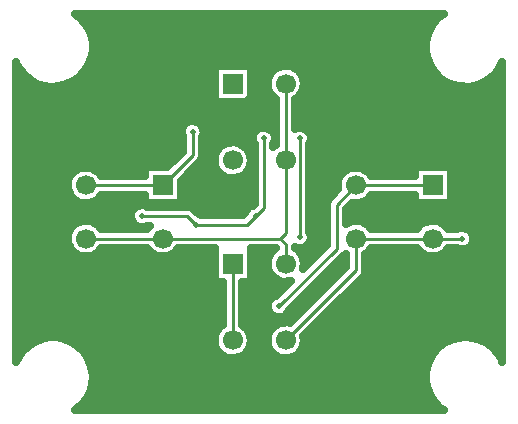
<source format=gbl>
G04 DipTrace 2.4.0.2*
%INBottom.gbr*%
%MOIN*%
%ADD13C,0.01*%
%ADD14C,0.025*%
%ADD17R,0.0669X0.0669*%
%ADD18C,0.0669*%
%ADD21C,0.02*%
%FSLAX44Y44*%
G04*
G70*
G90*
G75*
G01*
%LNBottom*%
%LPD*%
X8515Y10791D2*
D13*
X10033D1*
X10313Y10511D1*
X13780Y13380D2*
Y10084D1*
X12307Y10791D2*
X12587Y11071D1*
Y13380D1*
X10313Y10511D2*
X12011D1*
X12307Y10807D1*
Y10791D1*
X13316Y6651D2*
X15650Y8985D1*
Y10044D1*
X13316Y15210D2*
Y12651D1*
Y10224D1*
X13136Y10044D1*
X13316Y9864D1*
Y9210D1*
X18210Y10044D2*
X19200D1*
X15650D2*
X18210D1*
X13136D2*
X9210D1*
X6650D1*
X13086Y7780D2*
X15006Y9700D1*
Y11171D1*
X15650Y11816D1*
X18210D1*
X11544Y9210D2*
Y6651D1*
X6650Y11816D2*
X9210D1*
X10208Y12814D1*
Y13610D1*
X9530Y14430D2*
X11680D1*
X12980Y15730D1*
X13630D1*
X14180Y15180D1*
Y11182D1*
X14182Y11180D1*
D21*
D3*
X9530Y14430D3*
X13780Y10084D3*
Y13380D3*
X8515Y10791D3*
X12307D3*
X12587Y13380D3*
X10313Y10511D3*
X19200Y10044D3*
X13086Y7780D3*
X10208Y13610D3*
X6594Y17286D2*
D14*
X18267D1*
X6758Y17038D2*
X18103D1*
X6856Y16789D2*
X18005D1*
X6903Y16540D2*
X17958D1*
X6899Y16292D2*
X17962D1*
X6848Y16043D2*
X18013D1*
X6743Y15794D2*
X10919D1*
X12168D2*
X13157D1*
X13473D2*
X18114D1*
X4352Y15546D2*
X4538D1*
X6567D2*
X10919D1*
X12168D2*
X12794D1*
X13836D2*
X18290D1*
X20317D2*
X20509D1*
X4352Y15297D2*
X4841D1*
X6270D2*
X10919D1*
X12168D2*
X12697D1*
X13934D2*
X18591D1*
X20020D2*
X20509D1*
X4352Y15048D2*
X10919D1*
X12168D2*
X12712D1*
X13918D2*
X20509D1*
X4352Y14799D2*
X10919D1*
X12168D2*
X12853D1*
X13778D2*
X20509D1*
X4352Y14551D2*
X12978D1*
X13657D2*
X20509D1*
X4352Y14302D2*
X12978D1*
X13657D2*
X20509D1*
X4352Y14053D2*
X12978D1*
X13657D2*
X20509D1*
X4352Y13805D2*
X9872D1*
X10539D2*
X12978D1*
X13657D2*
X20509D1*
X4352Y13556D2*
X9822D1*
X10594D2*
X12243D1*
X14125D2*
X20509D1*
X4352Y13307D2*
X9868D1*
X10547D2*
X12204D1*
X14164D2*
X20509D1*
X4352Y13059D2*
X9868D1*
X10547D2*
X11079D1*
X12008D2*
X12247D1*
X14122D2*
X20509D1*
X4352Y12810D2*
X9732D1*
X10547D2*
X10943D1*
X14122D2*
X20509D1*
X4352Y12561D2*
X9486D1*
X10426D2*
X10927D1*
X14122D2*
X20509D1*
X4352Y12313D2*
X6290D1*
X7012D2*
X8583D1*
X10176D2*
X11025D1*
X12063D2*
X12247D1*
X14122D2*
X15290D1*
X16012D2*
X17583D1*
X18832D2*
X20509D1*
X4352Y12064D2*
X6079D1*
X9926D2*
X11396D1*
X11692D2*
X12247D1*
X14122D2*
X15079D1*
X18832D2*
X20509D1*
X4352Y11815D2*
X6025D1*
X9832D2*
X12247D1*
X14122D2*
X15025D1*
X18832D2*
X20509D1*
X4352Y11567D2*
X6079D1*
X9832D2*
X12247D1*
X14122D2*
X14931D1*
X18832D2*
X20509D1*
X4352Y11318D2*
X6290D1*
X7008D2*
X8583D1*
X9832D2*
X12247D1*
X14122D2*
X14700D1*
X16008D2*
X17583D1*
X18832D2*
X20509D1*
X4352Y11069D2*
X8255D1*
X10204D2*
X12044D1*
X14122D2*
X14665D1*
X15375D2*
X20509D1*
X4352Y10820D2*
X8126D1*
X14122D2*
X14665D1*
X15344D2*
X20509D1*
X4352Y10572D2*
X6341D1*
X6961D2*
X8197D1*
X14122D2*
X14665D1*
X15961D2*
X17900D1*
X18520D2*
X20509D1*
X4352Y10323D2*
X6095D1*
X14122D2*
X14665D1*
X19461D2*
X20509D1*
X4352Y10074D2*
X6029D1*
X14168D2*
X14665D1*
X19590D2*
X20509D1*
X4352Y9826D2*
X6068D1*
X14063D2*
X14661D1*
X19516D2*
X20509D1*
X4352Y9577D2*
X6251D1*
X7051D2*
X8810D1*
X9610D2*
X10919D1*
X12168D2*
X12818D1*
X13813D2*
X14411D1*
X16051D2*
X17810D1*
X18610D2*
X20509D1*
X4352Y9328D2*
X10919D1*
X12168D2*
X12704D1*
X13930D2*
X14165D1*
X15106D2*
X15310D1*
X15989D2*
X20509D1*
X4352Y9080D2*
X10919D1*
X12168D2*
X12704D1*
X14856D2*
X15275D1*
X15989D2*
X20509D1*
X4352Y8831D2*
X10919D1*
X12168D2*
X12825D1*
X14606D2*
X15025D1*
X15950D2*
X20509D1*
X4352Y8582D2*
X11204D1*
X11883D2*
X13419D1*
X14360D2*
X14779D1*
X15719D2*
X20509D1*
X4352Y8334D2*
X11204D1*
X11883D2*
X13169D1*
X14110D2*
X14529D1*
X15469D2*
X20509D1*
X4352Y8085D2*
X11204D1*
X11883D2*
X12861D1*
X13860D2*
X14279D1*
X15219D2*
X20509D1*
X4352Y7836D2*
X11204D1*
X11883D2*
X12700D1*
X13614D2*
X14032D1*
X14973D2*
X20509D1*
X4352Y7588D2*
X11204D1*
X11883D2*
X12751D1*
X13422D2*
X13782D1*
X14723D2*
X20509D1*
X4352Y7339D2*
X11204D1*
X11883D2*
X13532D1*
X14473D2*
X20509D1*
X4352Y7090D2*
X11111D1*
X11977D2*
X12884D1*
X14227D2*
X20509D1*
X4352Y6841D2*
X10950D1*
X12137D2*
X12724D1*
X13977D2*
X20509D1*
X4352Y6593D2*
X4892D1*
X6219D2*
X10923D1*
X12164D2*
X12693D1*
X13938D2*
X18642D1*
X19969D2*
X20509D1*
X4352Y6344D2*
X4568D1*
X6539D2*
X11005D1*
X12086D2*
X12775D1*
X13856D2*
X18318D1*
X20289D2*
X20509D1*
X6727Y6095D2*
X11294D1*
X11797D2*
X13064D1*
X13567D2*
X18134D1*
X6840Y5847D2*
X18021D1*
X6895Y5598D2*
X17966D1*
X6903Y5349D2*
X17958D1*
X6864Y5101D2*
X17997D1*
X6774Y4852D2*
X18087D1*
X6618Y4603D2*
X18243D1*
X6356Y4355D2*
X18505D1*
X6875Y16305D2*
X6829Y16060D1*
X6737Y15828D1*
X6603Y15617D1*
X6432Y15435D1*
X6230Y15288D1*
X6004Y15182D1*
X5763Y15120D1*
X5513Y15104D1*
X5266Y15136D1*
X5028Y15213D1*
X4810Y15333D1*
X4617Y15492D1*
X4458Y15684D1*
X4338Y15903D1*
X4325Y15936D1*
Y5923D1*
X4413Y6105D1*
X4560Y6307D1*
X4742Y6478D1*
X4953Y6612D1*
X5185Y6704D1*
X5430Y6750D1*
X5680D1*
X5925Y6704D1*
X6157Y6612D1*
X6368Y6478D1*
X6550Y6307D1*
X6697Y6105D1*
X6803Y5879D1*
X6865Y5638D1*
X6881Y5430D1*
X6858Y5182D1*
X6788Y4942D1*
X6675Y4719D1*
X6522Y4522D1*
X6335Y4357D1*
X6286Y4325D1*
X18573D1*
X18460Y4408D1*
X18283Y4585D1*
X18143Y4791D1*
X18044Y5020D1*
X17989Y5264D1*
X17981Y5513D1*
X18020Y5760D1*
X18105Y5995D1*
X18232Y6210D1*
X18397Y6397D1*
X18594Y6550D1*
X18817Y6663D1*
X19056Y6733D1*
X19305Y6756D1*
X19553Y6733D1*
X19793Y6663D1*
X20016Y6550D1*
X20213Y6397D1*
X20378Y6210D1*
X20505Y5995D1*
X20536Y5919D1*
X20535Y15718D1*
Y15933D1*
X20425Y15719D1*
X20272Y15522D1*
X20085Y15357D1*
X19870Y15230D1*
X19635Y15145D1*
X19388Y15106D1*
X19139Y15114D1*
X18895Y15169D1*
X18666Y15268D1*
X18460Y15408D1*
X18283Y15585D1*
X18143Y15791D1*
X18044Y16020D1*
X17989Y16264D1*
X17981Y16513D1*
X18020Y16760D1*
X18105Y16995D1*
X18232Y17210D1*
X18397Y17397D1*
X18572Y17534D1*
X6287Y17535D1*
X6463Y17397D1*
X6628Y17210D1*
X6755Y16995D1*
X6840Y16760D1*
X6879Y16513D1*
X6875Y16305D1*
X11070Y15809D2*
X12144D1*
Y14610D1*
X10945D1*
Y15809D1*
X11070D1*
X12904Y13086D2*
X13003Y13161D1*
X12902Y13130D1*
Y13087D1*
X12931Y13257D1*
X12902Y13207D1*
X13001Y13276D1*
X12999Y14703D1*
X12919Y14760D1*
X12835Y14851D1*
X12771Y14959D1*
X12731Y15077D1*
X12716Y15201D1*
X12727Y15325D1*
X12764Y15444D1*
X12825Y15553D1*
X12906Y15648D1*
X13006Y15723D1*
X13119Y15776D1*
X13240Y15804D1*
X13365Y15807D1*
X13488Y15784D1*
X13603Y15736D1*
X13706Y15665D1*
X13791Y15575D1*
X13857Y15468D1*
X13899Y15351D1*
X13915Y15210D1*
X13903Y15085D1*
X13864Y14967D1*
X13802Y14859D1*
X13719Y14766D1*
X13628Y14699D1*
X13631Y13713D1*
X13687Y13733D1*
X13810Y13744D1*
X13931Y13713D1*
X14034Y13643D1*
X14107Y13542D1*
X14143Y13423D1*
X14145Y13380D1*
X14124Y13257D1*
X14096Y13207D1*
X14095Y10267D1*
X14143Y10127D1*
X14145Y10084D1*
X14124Y9962D1*
X14063Y9853D1*
X13969Y9772D1*
X13853Y9727D1*
X13729Y9723D1*
X13629Y9755D1*
X13631Y9720D1*
X13706Y9665D1*
X13791Y9575D1*
X13857Y9468D1*
X13899Y9351D1*
X13915Y9210D1*
X13903Y9085D1*
X13882Y9022D1*
X14689Y9829D1*
X14691Y11171D1*
X14715Y11293D1*
X14783Y11394D1*
X15066Y11683D1*
X15051Y11807D1*
X15062Y11931D1*
X15099Y12051D1*
X15159Y12160D1*
X15241Y12254D1*
X15341Y12329D1*
X15453Y12382D1*
X15575Y12411D1*
X15700Y12413D1*
X15822Y12390D1*
X15937Y12342D1*
X16040Y12272D1*
X16126Y12181D1*
X16157Y12131D1*
X17608D1*
X17610Y12416D1*
X18809D1*
Y11216D1*
X17610D1*
Y11501D1*
X16159D1*
X16053Y11372D1*
X15953Y11298D1*
X15839Y11247D1*
X15717Y11220D1*
X15593Y11219D1*
X15512Y11235D1*
X15318Y11038D1*
X15321Y10542D1*
X15453Y10611D1*
X15575Y10639D1*
X15700Y10642D1*
X15822Y10619D1*
X15937Y10571D1*
X16040Y10500D1*
X16126Y10409D1*
X16157Y10360D1*
X17701Y10359D1*
X17800Y10482D1*
X17900Y10558D1*
X18013Y10611D1*
X18134Y10639D1*
X18259Y10642D1*
X18381Y10619D1*
X18497Y10571D1*
X18599Y10500D1*
X18685Y10409D1*
X18716Y10360D1*
X19018Y10359D1*
X19106Y10397D1*
X19230Y10408D1*
X19350Y10377D1*
X19453Y10307D1*
X19527Y10207D1*
X19562Y10087D1*
X19565Y10044D1*
X19544Y9922D1*
X19483Y9813D1*
X19389Y9732D1*
X19273Y9687D1*
X19149Y9683D1*
X19021Y9728D1*
X18720Y9729D1*
X18613Y9600D1*
X18512Y9526D1*
X18398Y9475D1*
X18276Y9448D1*
X18152Y9447D1*
X18029Y9472D1*
X17915Y9522D1*
X17813Y9594D1*
X17729Y9686D1*
X17703Y9730D1*
X16159Y9729D1*
X16053Y9600D1*
X15962Y9533D1*
X15965Y8985D1*
X15941Y8863D1*
X15873Y8762D1*
X13898Y6787D1*
X13915Y6651D1*
X13903Y6526D1*
X13864Y6408D1*
X13802Y6299D1*
X13719Y6206D1*
X13618Y6133D1*
X13505Y6081D1*
X13383Y6055D1*
X13258Y6054D1*
X13136Y6079D1*
X13021Y6128D1*
X12919Y6201D1*
X12835Y6292D1*
X12771Y6400D1*
X12731Y6518D1*
X12716Y6642D1*
X12727Y6766D1*
X12764Y6885D1*
X12825Y6994D1*
X12906Y7089D1*
X13006Y7164D1*
X13119Y7217D1*
X13240Y7245D1*
X13365Y7248D1*
X13453Y7232D1*
X15333Y9113D1*
X15335Y9536D1*
X15229Y9477D1*
X13441Y7690D1*
X13369Y7549D1*
X13275Y7468D1*
X13159Y7422D1*
X13034Y7419D1*
X12916Y7457D1*
X12817Y7533D1*
X12750Y7637D1*
X12721Y7758D1*
X12735Y7882D1*
X12790Y7994D1*
X12879Y8081D1*
X12996Y8133D1*
X13501Y8641D1*
X13383Y8614D1*
X13258Y8613D1*
X13136Y8638D1*
X13021Y8687D1*
X12919Y8760D1*
X12835Y8851D1*
X12771Y8959D1*
X12731Y9077D1*
X12716Y9201D1*
X12727Y9325D1*
X12764Y9444D1*
X12825Y9553D1*
X12906Y9648D1*
X13003Y9721D1*
X12761Y9729D1*
X12148D1*
X12144Y9309D1*
Y8610D1*
X11859D1*
Y7159D1*
X11934Y7106D1*
X12020Y7016D1*
X12085Y6909D1*
X12127Y6792D1*
X12144Y6651D1*
X12131Y6526D1*
X12092Y6408D1*
X12030Y6299D1*
X11947Y6206D1*
X11847Y6133D1*
X11733Y6081D1*
X11611Y6055D1*
X11486Y6054D1*
X11364Y6079D1*
X11250Y6128D1*
X11148Y6201D1*
X11063Y6292D1*
X11000Y6400D1*
X10959Y6518D1*
X10945Y6642D1*
X10956Y6766D1*
X10992Y6885D1*
X11053Y6994D1*
X11135Y7089D1*
X11231Y7161D1*
X11229Y8608D1*
X10945Y8610D1*
Y9731D1*
X9718Y9729D1*
X9613Y9600D1*
X9512Y9526D1*
X9398Y9475D1*
X9276Y9448D1*
X9152Y9447D1*
X9029Y9472D1*
X8915Y9522D1*
X8813Y9594D1*
X8729Y9686D1*
X8703Y9730D1*
X7159Y9729D1*
X7053Y9600D1*
X6953Y9526D1*
X6839Y9475D1*
X6717Y9448D1*
X6593Y9447D1*
X6470Y9472D1*
X6356Y9522D1*
X6254Y9594D1*
X6170Y9686D1*
X6106Y9793D1*
X6066Y9911D1*
X6051Y10035D1*
X6062Y10160D1*
X6099Y10279D1*
X6159Y10388D1*
X6241Y10482D1*
X6341Y10558D1*
X6453Y10611D1*
X6575Y10639D1*
X6700Y10642D1*
X6822Y10619D1*
X6937Y10571D1*
X7040Y10500D1*
X7126Y10409D1*
X7157Y10360D1*
X8701Y10359D1*
X8792Y10473D1*
X8701Y10476D1*
X8588Y10433D1*
X8463Y10429D1*
X8345Y10468D1*
X8246Y10543D1*
X8179Y10648D1*
X8151Y10769D1*
X8164Y10893D1*
X8219Y11004D1*
X8308Y11091D1*
X8421Y11143D1*
X8545Y11155D1*
X8665Y11123D1*
X8694Y11104D1*
X10033Y11106D1*
X10155Y11081D1*
X10256Y11013D1*
X10408Y10862D1*
X10492Y10824D1*
X11880Y10826D1*
X11965Y10910D1*
X12011Y11004D1*
X12100Y11091D1*
X12217Y11144D1*
X12275Y11204D1*
X12272Y12696D1*
Y13200D1*
X12251Y13237D1*
X12223Y13358D1*
X12236Y13482D1*
X12291Y13594D1*
X12380Y13681D1*
X12493Y13733D1*
X12617Y13744D1*
X12737Y13713D1*
X12840Y13643D1*
X12914Y13542D1*
X12949Y13423D1*
X12952Y13380D1*
X12931Y13257D1*
X12131Y12526D2*
X12092Y12408D1*
X12030Y12299D1*
X11947Y12206D1*
X11847Y12133D1*
X11733Y12081D1*
X11611Y12055D1*
X11486Y12054D1*
X11364Y12079D1*
X11250Y12128D1*
X11148Y12201D1*
X11063Y12292D1*
X11000Y12400D1*
X10959Y12518D1*
X10945Y12642D1*
X10956Y12766D1*
X10992Y12885D1*
X11053Y12994D1*
X11135Y13089D1*
X11234Y13164D1*
X11347Y13217D1*
X11469Y13245D1*
X11593Y13248D1*
X11716Y13225D1*
X11831Y13177D1*
X11934Y13106D1*
X12020Y13016D1*
X12085Y12909D1*
X12127Y12792D1*
X12144Y12651D1*
X12131Y12526D1*
X8735Y12416D2*
X9364D1*
X9890Y12942D1*
X9893Y13427D1*
X9872Y13467D1*
X9843Y13588D1*
X9857Y13712D1*
X9912Y13824D1*
X10001Y13911D1*
X10114Y13963D1*
X10237Y13974D1*
X10358Y13943D1*
X10461Y13873D1*
X10534Y13772D1*
X10570Y13653D1*
X10573Y13610D1*
X10551Y13487D1*
X10523Y13437D1*
Y12814D1*
X10498Y12692D1*
X10430Y12591D1*
X9809Y11970D1*
Y11216D1*
X8610D1*
Y11501D1*
X7159D1*
X7053Y11372D1*
X6953Y11298D1*
X6839Y11247D1*
X6717Y11220D1*
X6593Y11219D1*
X6470Y11244D1*
X6356Y11294D1*
X6254Y11366D1*
X6170Y11458D1*
X6106Y11565D1*
X6066Y11683D1*
X6051Y11807D1*
X6062Y11931D1*
X6099Y12051D1*
X6159Y12160D1*
X6241Y12254D1*
X6341Y12329D1*
X6453Y12382D1*
X6575Y12411D1*
X6700Y12413D1*
X6822Y12390D1*
X6937Y12342D1*
X7040Y12272D1*
X7126Y12181D1*
X7157Y12131D1*
X8608D1*
X8610Y12416D1*
X8735D1*
D17*
X11544Y15210D3*
D18*
X13316D3*
Y12651D3*
X11544D3*
D17*
X9210Y11816D3*
D18*
Y10044D3*
X6650D3*
Y11816D3*
D17*
X11544Y9210D3*
D18*
X13316D3*
Y6651D3*
X11544D3*
D17*
X18210Y11816D3*
D18*
Y10044D3*
X15650D3*
Y11816D3*
M02*

</source>
